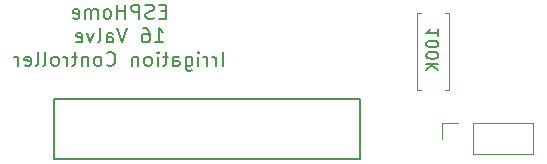
<source format=gbr>
%TF.GenerationSoftware,KiCad,Pcbnew,(5.1.12)-1*%
%TF.CreationDate,2023-01-21T14:52:04-05:00*%
%TF.ProjectId,Irrigation,49727269-6761-4746-996f-6e2e6b696361,rev?*%
%TF.SameCoordinates,Original*%
%TF.FileFunction,Legend,Bot*%
%TF.FilePolarity,Positive*%
%FSLAX46Y46*%
G04 Gerber Fmt 4.6, Leading zero omitted, Abs format (unit mm)*
G04 Created by KiCad (PCBNEW (5.1.12)-1) date 2023-01-21 14:52:04*
%MOMM*%
%LPD*%
G01*
G04 APERTURE LIST*
%ADD10C,0.200000*%
%ADD11C,0.127000*%
%ADD12C,0.120000*%
%ADD13C,0.150000*%
G04 APERTURE END LIST*
D10*
X148135485Y-119808885D02*
X147735485Y-119808885D01*
X147564057Y-120437457D02*
X148135485Y-120437457D01*
X148135485Y-119237457D01*
X147564057Y-119237457D01*
X147106914Y-120380314D02*
X146935485Y-120437457D01*
X146649771Y-120437457D01*
X146535485Y-120380314D01*
X146478342Y-120323171D01*
X146421200Y-120208885D01*
X146421200Y-120094600D01*
X146478342Y-119980314D01*
X146535485Y-119923171D01*
X146649771Y-119866028D01*
X146878342Y-119808885D01*
X146992628Y-119751742D01*
X147049771Y-119694600D01*
X147106914Y-119580314D01*
X147106914Y-119466028D01*
X147049771Y-119351742D01*
X146992628Y-119294600D01*
X146878342Y-119237457D01*
X146592628Y-119237457D01*
X146421200Y-119294600D01*
X145906914Y-120437457D02*
X145906914Y-119237457D01*
X145449771Y-119237457D01*
X145335485Y-119294600D01*
X145278342Y-119351742D01*
X145221200Y-119466028D01*
X145221200Y-119637457D01*
X145278342Y-119751742D01*
X145335485Y-119808885D01*
X145449771Y-119866028D01*
X145906914Y-119866028D01*
X144706914Y-120437457D02*
X144706914Y-119237457D01*
X144706914Y-119808885D02*
X144021200Y-119808885D01*
X144021200Y-120437457D02*
X144021200Y-119237457D01*
X143278342Y-120437457D02*
X143392628Y-120380314D01*
X143449771Y-120323171D01*
X143506914Y-120208885D01*
X143506914Y-119866028D01*
X143449771Y-119751742D01*
X143392628Y-119694600D01*
X143278342Y-119637457D01*
X143106914Y-119637457D01*
X142992628Y-119694600D01*
X142935485Y-119751742D01*
X142878342Y-119866028D01*
X142878342Y-120208885D01*
X142935485Y-120323171D01*
X142992628Y-120380314D01*
X143106914Y-120437457D01*
X143278342Y-120437457D01*
X142364057Y-120437457D02*
X142364057Y-119637457D01*
X142364057Y-119751742D02*
X142306914Y-119694600D01*
X142192628Y-119637457D01*
X142021200Y-119637457D01*
X141906914Y-119694600D01*
X141849771Y-119808885D01*
X141849771Y-120437457D01*
X141849771Y-119808885D02*
X141792628Y-119694600D01*
X141678342Y-119637457D01*
X141506914Y-119637457D01*
X141392628Y-119694600D01*
X141335485Y-119808885D01*
X141335485Y-120437457D01*
X140306914Y-120380314D02*
X140421200Y-120437457D01*
X140649771Y-120437457D01*
X140764057Y-120380314D01*
X140821200Y-120266028D01*
X140821200Y-119808885D01*
X140764057Y-119694600D01*
X140649771Y-119637457D01*
X140421200Y-119637457D01*
X140306914Y-119694600D01*
X140249771Y-119808885D01*
X140249771Y-119923171D01*
X140821200Y-120037457D01*
X147249771Y-122437457D02*
X147935485Y-122437457D01*
X147592628Y-122437457D02*
X147592628Y-121237457D01*
X147706914Y-121408885D01*
X147821200Y-121523171D01*
X147935485Y-121580314D01*
X146221200Y-121237457D02*
X146449771Y-121237457D01*
X146564057Y-121294600D01*
X146621200Y-121351742D01*
X146735485Y-121523171D01*
X146792628Y-121751742D01*
X146792628Y-122208885D01*
X146735485Y-122323171D01*
X146678342Y-122380314D01*
X146564057Y-122437457D01*
X146335485Y-122437457D01*
X146221200Y-122380314D01*
X146164057Y-122323171D01*
X146106914Y-122208885D01*
X146106914Y-121923171D01*
X146164057Y-121808885D01*
X146221200Y-121751742D01*
X146335485Y-121694600D01*
X146564057Y-121694600D01*
X146678342Y-121751742D01*
X146735485Y-121808885D01*
X146792628Y-121923171D01*
X144849771Y-121237457D02*
X144449771Y-122437457D01*
X144049771Y-121237457D01*
X143135485Y-122437457D02*
X143135485Y-121808885D01*
X143192628Y-121694600D01*
X143306914Y-121637457D01*
X143535485Y-121637457D01*
X143649771Y-121694600D01*
X143135485Y-122380314D02*
X143249771Y-122437457D01*
X143535485Y-122437457D01*
X143649771Y-122380314D01*
X143706914Y-122266028D01*
X143706914Y-122151742D01*
X143649771Y-122037457D01*
X143535485Y-121980314D01*
X143249771Y-121980314D01*
X143135485Y-121923171D01*
X142392628Y-122437457D02*
X142506914Y-122380314D01*
X142564057Y-122266028D01*
X142564057Y-121237457D01*
X142049771Y-121637457D02*
X141764057Y-122437457D01*
X141478342Y-121637457D01*
X140564057Y-122380314D02*
X140678342Y-122437457D01*
X140906914Y-122437457D01*
X141021200Y-122380314D01*
X141078342Y-122266028D01*
X141078342Y-121808885D01*
X141021200Y-121694600D01*
X140906914Y-121637457D01*
X140678342Y-121637457D01*
X140564057Y-121694600D01*
X140506914Y-121808885D01*
X140506914Y-121923171D01*
X141078342Y-122037457D01*
X152964057Y-124437457D02*
X152964057Y-123237457D01*
X152392628Y-124437457D02*
X152392628Y-123637457D01*
X152392628Y-123866028D02*
X152335485Y-123751742D01*
X152278342Y-123694600D01*
X152164057Y-123637457D01*
X152049771Y-123637457D01*
X151649771Y-124437457D02*
X151649771Y-123637457D01*
X151649771Y-123866028D02*
X151592628Y-123751742D01*
X151535485Y-123694600D01*
X151421200Y-123637457D01*
X151306914Y-123637457D01*
X150906914Y-124437457D02*
X150906914Y-123637457D01*
X150906914Y-123237457D02*
X150964057Y-123294600D01*
X150906914Y-123351742D01*
X150849771Y-123294600D01*
X150906914Y-123237457D01*
X150906914Y-123351742D01*
X149821200Y-123637457D02*
X149821200Y-124608885D01*
X149878342Y-124723171D01*
X149935485Y-124780314D01*
X150049771Y-124837457D01*
X150221200Y-124837457D01*
X150335485Y-124780314D01*
X149821200Y-124380314D02*
X149935485Y-124437457D01*
X150164057Y-124437457D01*
X150278342Y-124380314D01*
X150335485Y-124323171D01*
X150392628Y-124208885D01*
X150392628Y-123866028D01*
X150335485Y-123751742D01*
X150278342Y-123694600D01*
X150164057Y-123637457D01*
X149935485Y-123637457D01*
X149821200Y-123694600D01*
X148735485Y-124437457D02*
X148735485Y-123808885D01*
X148792628Y-123694600D01*
X148906914Y-123637457D01*
X149135485Y-123637457D01*
X149249771Y-123694600D01*
X148735485Y-124380314D02*
X148849771Y-124437457D01*
X149135485Y-124437457D01*
X149249771Y-124380314D01*
X149306914Y-124266028D01*
X149306914Y-124151742D01*
X149249771Y-124037457D01*
X149135485Y-123980314D01*
X148849771Y-123980314D01*
X148735485Y-123923171D01*
X148335485Y-123637457D02*
X147878342Y-123637457D01*
X148164057Y-123237457D02*
X148164057Y-124266028D01*
X148106914Y-124380314D01*
X147992628Y-124437457D01*
X147878342Y-124437457D01*
X147478342Y-124437457D02*
X147478342Y-123637457D01*
X147478342Y-123237457D02*
X147535485Y-123294600D01*
X147478342Y-123351742D01*
X147421200Y-123294600D01*
X147478342Y-123237457D01*
X147478342Y-123351742D01*
X146735485Y-124437457D02*
X146849771Y-124380314D01*
X146906914Y-124323171D01*
X146964057Y-124208885D01*
X146964057Y-123866028D01*
X146906914Y-123751742D01*
X146849771Y-123694600D01*
X146735485Y-123637457D01*
X146564057Y-123637457D01*
X146449771Y-123694600D01*
X146392628Y-123751742D01*
X146335485Y-123866028D01*
X146335485Y-124208885D01*
X146392628Y-124323171D01*
X146449771Y-124380314D01*
X146564057Y-124437457D01*
X146735485Y-124437457D01*
X145821200Y-123637457D02*
X145821200Y-124437457D01*
X145821200Y-123751742D02*
X145764057Y-123694600D01*
X145649771Y-123637457D01*
X145478342Y-123637457D01*
X145364057Y-123694600D01*
X145306914Y-123808885D01*
X145306914Y-124437457D01*
X143135485Y-124323171D02*
X143192628Y-124380314D01*
X143364057Y-124437457D01*
X143478342Y-124437457D01*
X143649771Y-124380314D01*
X143764057Y-124266028D01*
X143821200Y-124151742D01*
X143878342Y-123923171D01*
X143878342Y-123751742D01*
X143821200Y-123523171D01*
X143764057Y-123408885D01*
X143649771Y-123294600D01*
X143478342Y-123237457D01*
X143364057Y-123237457D01*
X143192628Y-123294600D01*
X143135485Y-123351742D01*
X142449771Y-124437457D02*
X142564057Y-124380314D01*
X142621200Y-124323171D01*
X142678342Y-124208885D01*
X142678342Y-123866028D01*
X142621200Y-123751742D01*
X142564057Y-123694600D01*
X142449771Y-123637457D01*
X142278342Y-123637457D01*
X142164057Y-123694600D01*
X142106914Y-123751742D01*
X142049771Y-123866028D01*
X142049771Y-124208885D01*
X142106914Y-124323171D01*
X142164057Y-124380314D01*
X142278342Y-124437457D01*
X142449771Y-124437457D01*
X141535485Y-123637457D02*
X141535485Y-124437457D01*
X141535485Y-123751742D02*
X141478342Y-123694600D01*
X141364057Y-123637457D01*
X141192628Y-123637457D01*
X141078342Y-123694600D01*
X141021200Y-123808885D01*
X141021200Y-124437457D01*
X140621200Y-123637457D02*
X140164057Y-123637457D01*
X140449771Y-123237457D02*
X140449771Y-124266028D01*
X140392628Y-124380314D01*
X140278342Y-124437457D01*
X140164057Y-124437457D01*
X139764057Y-124437457D02*
X139764057Y-123637457D01*
X139764057Y-123866028D02*
X139706914Y-123751742D01*
X139649771Y-123694600D01*
X139535485Y-123637457D01*
X139421200Y-123637457D01*
X138849771Y-124437457D02*
X138964057Y-124380314D01*
X139021200Y-124323171D01*
X139078342Y-124208885D01*
X139078342Y-123866028D01*
X139021200Y-123751742D01*
X138964057Y-123694600D01*
X138849771Y-123637457D01*
X138678342Y-123637457D01*
X138564057Y-123694600D01*
X138506914Y-123751742D01*
X138449771Y-123866028D01*
X138449771Y-124208885D01*
X138506914Y-124323171D01*
X138564057Y-124380314D01*
X138678342Y-124437457D01*
X138849771Y-124437457D01*
X137764057Y-124437457D02*
X137878342Y-124380314D01*
X137935485Y-124266028D01*
X137935485Y-123237457D01*
X137135485Y-124437457D02*
X137249771Y-124380314D01*
X137306914Y-124266028D01*
X137306914Y-123237457D01*
X136221200Y-124380314D02*
X136335485Y-124437457D01*
X136564057Y-124437457D01*
X136678342Y-124380314D01*
X136735485Y-124266028D01*
X136735485Y-123808885D01*
X136678342Y-123694600D01*
X136564057Y-123637457D01*
X136335485Y-123637457D01*
X136221200Y-123694600D01*
X136164057Y-123808885D01*
X136164057Y-123923171D01*
X136735485Y-124037457D01*
X135649771Y-124437457D02*
X135649771Y-123637457D01*
X135649771Y-123866028D02*
X135592628Y-123751742D01*
X135535485Y-123694600D01*
X135421200Y-123637457D01*
X135306914Y-123637457D01*
D11*
%TO.C,J3*%
X164570000Y-127254000D02*
X164570000Y-132334000D01*
X164570000Y-132334000D02*
X138670000Y-132334000D01*
X138670000Y-132334000D02*
X138670000Y-127254000D01*
X138670000Y-127254000D02*
X164570000Y-127254000D01*
D12*
%TO.C,R1*%
X172116420Y-126452380D02*
X171786420Y-126452380D01*
X172116420Y-119912380D02*
X172116420Y-126452380D01*
X171786420Y-119912380D02*
X172116420Y-119912380D01*
X169376420Y-126452380D02*
X169706420Y-126452380D01*
X169376420Y-119912380D02*
X169376420Y-126452380D01*
X169706420Y-119912380D02*
X169376420Y-119912380D01*
%TO.C,J2*%
X179249380Y-129251400D02*
X179249380Y-131911400D01*
X174109380Y-129251400D02*
X179249380Y-129251400D01*
X174109380Y-131911400D02*
X179249380Y-131911400D01*
X174109380Y-129251400D02*
X174109380Y-131911400D01*
X172839380Y-129251400D02*
X171509380Y-129251400D01*
X171509380Y-129251400D02*
X171509380Y-130581400D01*
%TO.C,R1*%
D13*
X171202800Y-121905713D02*
X171202800Y-121334284D01*
X171202800Y-121619999D02*
X170202800Y-121619999D01*
X170345658Y-121524760D01*
X170440896Y-121429522D01*
X170488515Y-121334284D01*
X170202800Y-122524760D02*
X170202800Y-122619999D01*
X170250420Y-122715237D01*
X170298039Y-122762856D01*
X170393277Y-122810475D01*
X170583753Y-122858094D01*
X170821848Y-122858094D01*
X171012324Y-122810475D01*
X171107562Y-122762856D01*
X171155181Y-122715237D01*
X171202800Y-122619999D01*
X171202800Y-122524760D01*
X171155181Y-122429522D01*
X171107562Y-122381903D01*
X171012324Y-122334284D01*
X170821848Y-122286665D01*
X170583753Y-122286665D01*
X170393277Y-122334284D01*
X170298039Y-122381903D01*
X170250420Y-122429522D01*
X170202800Y-122524760D01*
X170202800Y-123477141D02*
X170202800Y-123572380D01*
X170250420Y-123667618D01*
X170298039Y-123715237D01*
X170393277Y-123762856D01*
X170583753Y-123810475D01*
X170821848Y-123810475D01*
X171012324Y-123762856D01*
X171107562Y-123715237D01*
X171155181Y-123667618D01*
X171202800Y-123572380D01*
X171202800Y-123477141D01*
X171155181Y-123381903D01*
X171107562Y-123334284D01*
X171012324Y-123286665D01*
X170821848Y-123239046D01*
X170583753Y-123239046D01*
X170393277Y-123286665D01*
X170298039Y-123334284D01*
X170250420Y-123381903D01*
X170202800Y-123477141D01*
X171202800Y-124239046D02*
X170202800Y-124239046D01*
X171202800Y-124810475D02*
X170631372Y-124381903D01*
X170202800Y-124810475D02*
X170774229Y-124239046D01*
%TD*%
M02*

</source>
